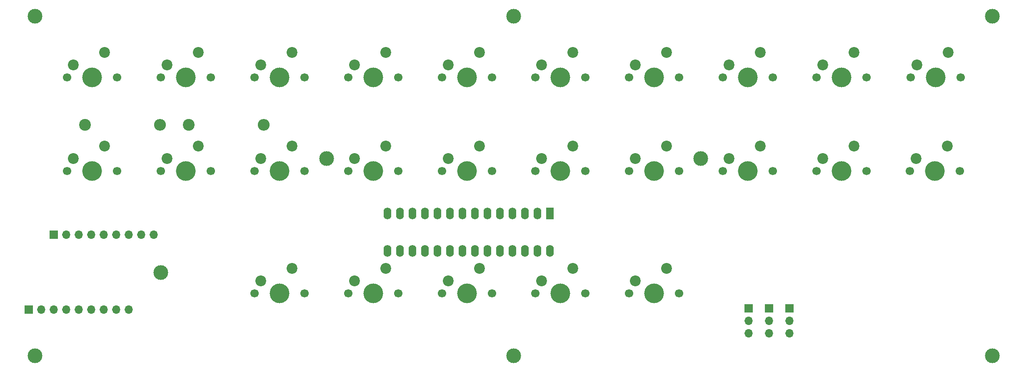
<source format=gbr>
G04 #@! TF.FileFunction,Soldermask,Top*
%FSLAX46Y46*%
G04 Gerber Fmt 4.6, Leading zero omitted, Abs format (unit mm)*
G04 Created by KiCad (PCBNEW 4.0.7) date 05/19/22 13:13:44*
%MOMM*%
%LPD*%
G01*
G04 APERTURE LIST*
%ADD10C,0.100000*%
%ADD11C,3.000000*%
%ADD12R,1.700000X1.700000*%
%ADD13O,1.700000X1.700000*%
%ADD14R,1.600000X2.400000*%
%ADD15O,1.600000X2.400000*%
%ADD16C,2.400000*%
%ADD17O,2.400000X2.400000*%
%ADD18C,2.200000*%
%ADD19C,4.000000*%
%ADD20C,1.700000*%
G04 APERTURE END LIST*
D10*
D11*
X71567750Y-116889250D03*
X240538000Y-133858000D03*
X45974000Y-133858000D03*
X240538000Y-64770000D03*
X143256000Y-64770000D03*
X143256000Y-133858000D03*
X45974000Y-64770000D03*
X181315750Y-93703500D03*
X105284500Y-93703500D03*
D12*
X191065750Y-124172250D03*
D13*
X191065750Y-126712250D03*
X191065750Y-129252250D03*
D14*
X150622000Y-104902000D03*
D15*
X117602000Y-112522000D03*
X148082000Y-104902000D03*
X120142000Y-112522000D03*
X145542000Y-104902000D03*
X122682000Y-112522000D03*
X143002000Y-104902000D03*
X125222000Y-112522000D03*
X140462000Y-104902000D03*
X127762000Y-112522000D03*
X137922000Y-104902000D03*
X130302000Y-112522000D03*
X135382000Y-104902000D03*
X132842000Y-112522000D03*
X132842000Y-104902000D03*
X135382000Y-112522000D03*
X130302000Y-104902000D03*
X137922000Y-112522000D03*
X127762000Y-104902000D03*
X140462000Y-112522000D03*
X125222000Y-104902000D03*
X143002000Y-112522000D03*
X122682000Y-104902000D03*
X145542000Y-112522000D03*
X120142000Y-104902000D03*
X148082000Y-112522000D03*
X117602000Y-104902000D03*
X150622000Y-112522000D03*
D12*
X44704000Y-124460000D03*
D13*
X47244000Y-124460000D03*
X49784000Y-124460000D03*
X52324000Y-124460000D03*
X54864000Y-124460000D03*
X57404000Y-124460000D03*
X59944000Y-124460000D03*
X62484000Y-124460000D03*
X65024000Y-124460000D03*
D12*
X49784000Y-109220000D03*
D13*
X52324000Y-109220000D03*
X54864000Y-109220000D03*
X57404000Y-109220000D03*
X59944000Y-109220000D03*
X62484000Y-109220000D03*
X65024000Y-109220000D03*
X67564000Y-109220000D03*
X70104000Y-109220000D03*
D16*
X56159500Y-86859750D03*
D17*
X71399500Y-86859750D03*
D16*
X77216000Y-86868000D03*
D17*
X92456000Y-86868000D03*
D18*
X79222000Y-91172250D03*
X72872000Y-93712250D03*
D19*
X76682000Y-96252250D03*
D20*
X71602000Y-96252250D03*
X81762000Y-96252250D03*
D18*
X60190750Y-91172250D03*
X53840750Y-93712250D03*
D19*
X57650750Y-96252250D03*
D20*
X52570750Y-96252250D03*
X62730750Y-96252250D03*
D18*
X98253250Y-91172250D03*
X91903250Y-93712250D03*
D19*
X95713250Y-96252250D03*
D20*
X90633250Y-96252250D03*
X100793250Y-96252250D03*
D18*
X117284500Y-91172250D03*
X110934500Y-93712250D03*
D19*
X114744500Y-96252250D03*
D20*
X109664500Y-96252250D03*
X119824500Y-96252250D03*
D18*
X136315750Y-91172250D03*
X129965750Y-93712250D03*
D19*
X133775750Y-96252250D03*
D20*
X128695750Y-96252250D03*
X138855750Y-96252250D03*
D18*
X155347000Y-91172250D03*
X148997000Y-93712250D03*
D19*
X152807000Y-96252250D03*
D20*
X147727000Y-96252250D03*
X157887000Y-96252250D03*
D18*
X174378250Y-91172250D03*
X168028250Y-93712250D03*
D19*
X171838250Y-96252250D03*
D20*
X166758250Y-96252250D03*
X176918250Y-96252250D03*
D18*
X193409500Y-91172250D03*
X187059500Y-93712250D03*
D19*
X190869500Y-96252250D03*
D20*
X185789500Y-96252250D03*
X195949500Y-96252250D03*
D18*
X212440750Y-91172250D03*
X206090750Y-93712250D03*
D19*
X209900750Y-96252250D03*
D20*
X204820750Y-96252250D03*
X214980750Y-96252250D03*
D18*
X231565750Y-72141000D03*
X225215750Y-74681000D03*
D19*
X229025750Y-77221000D03*
D20*
X223945750Y-77221000D03*
X234105750Y-77221000D03*
D18*
X231472000Y-91172250D03*
X225122000Y-93712250D03*
D19*
X228932000Y-96252250D03*
D20*
X223852000Y-96252250D03*
X234012000Y-96252250D03*
D18*
X98253250Y-116109750D03*
X91903250Y-118649750D03*
D19*
X95713250Y-121189750D03*
D20*
X90633250Y-121189750D03*
X100793250Y-121189750D03*
D18*
X117284500Y-116109750D03*
X110934500Y-118649750D03*
D19*
X114744500Y-121189750D03*
D20*
X109664500Y-121189750D03*
X119824500Y-121189750D03*
D18*
X136315750Y-116109750D03*
X129965750Y-118649750D03*
D19*
X133775750Y-121189750D03*
D20*
X128695750Y-121189750D03*
X138855750Y-121189750D03*
D18*
X155347000Y-116109750D03*
X148997000Y-118649750D03*
D19*
X152807000Y-121189750D03*
D20*
X147727000Y-121189750D03*
X157887000Y-121189750D03*
D18*
X174378250Y-116109750D03*
X168028250Y-118649750D03*
D19*
X171838250Y-121189750D03*
D20*
X166758250Y-121189750D03*
X176918250Y-121189750D03*
D18*
X60190750Y-72141000D03*
X53840750Y-74681000D03*
D19*
X57650750Y-77221000D03*
D20*
X52570750Y-77221000D03*
X62730750Y-77221000D03*
D18*
X79222000Y-72141000D03*
X72872000Y-74681000D03*
D19*
X76682000Y-77221000D03*
D20*
X71602000Y-77221000D03*
X81762000Y-77221000D03*
D18*
X98253250Y-72141000D03*
X91903250Y-74681000D03*
D19*
X95713250Y-77221000D03*
D20*
X90633250Y-77221000D03*
X100793250Y-77221000D03*
D18*
X117284500Y-72141000D03*
X110934500Y-74681000D03*
D19*
X114744500Y-77221000D03*
D20*
X109664500Y-77221000D03*
X119824500Y-77221000D03*
D18*
X136315750Y-72141000D03*
X129965750Y-74681000D03*
D19*
X133775750Y-77221000D03*
D20*
X128695750Y-77221000D03*
X138855750Y-77221000D03*
D18*
X155347000Y-72141000D03*
X148997000Y-74681000D03*
D19*
X152807000Y-77221000D03*
D20*
X147727000Y-77221000D03*
X157887000Y-77221000D03*
D18*
X174378250Y-72141000D03*
X168028250Y-74681000D03*
D19*
X171838250Y-77221000D03*
D20*
X166758250Y-77221000D03*
X176918250Y-77221000D03*
D18*
X193409500Y-72141000D03*
X187059500Y-74681000D03*
D19*
X190869500Y-77221000D03*
D20*
X185789500Y-77221000D03*
X195949500Y-77221000D03*
D18*
X212440750Y-72141000D03*
X206090750Y-74681000D03*
D19*
X209900750Y-77221000D03*
D20*
X204820750Y-77221000D03*
X214980750Y-77221000D03*
D12*
X195190750Y-124172250D03*
D13*
X195190750Y-126712250D03*
X195190750Y-129252250D03*
D12*
X199315750Y-124172250D03*
D13*
X199315750Y-126712250D03*
X199315750Y-129252250D03*
M02*

</source>
